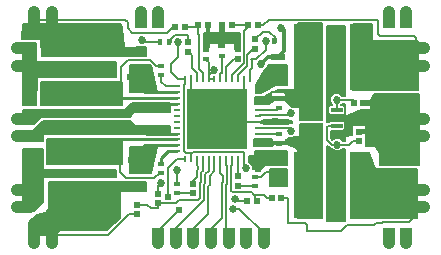
<source format=gbr>
G04 #@! TF.FileFunction,Copper,L1,Top,Signal*
%FSLAX46Y46*%
G04 Gerber Fmt 4.6, Leading zero omitted, Abs format (unit mm)*
G04 Created by KiCad (PCBNEW (2015-09-15 BZR 13, Git 37c8462)-brewed_product) date Thursday, 17 September 2015 'pmt' 19:10:14*
%MOMM*%
G01*
G04 APERTURE LIST*
%ADD10C,0.020000*%
%ADD11C,0.609600*%
%ADD12R,0.600000X0.400000*%
%ADD13R,0.400000X0.600000*%
%ADD14R,1.250000X0.600000*%
%ADD15R,0.800000X0.600000*%
%ADD16R,1.798320X5.699760*%
%ADD17R,5.699760X1.798320*%
%ADD18C,1.041400*%
%ADD19R,1.000000X1.200000*%
%ADD20R,1.200000X1.000000*%
%ADD21R,0.990000X0.405000*%
%ADD22R,1.725000X0.990000*%
%ADD23R,0.760000X0.405000*%
%ADD24R,0.550000X0.600000*%
%ADD25R,0.600000X0.550000*%
%ADD26R,0.599440X0.248920*%
%ADD27R,0.248920X0.599440*%
%ADD28R,5.150000X5.150000*%
%ADD29C,0.700000*%
%ADD30O,5.000000X0.600000*%
%ADD31O,5.000000X0.300000*%
%ADD32O,1.000000X0.800000*%
%ADD33C,0.635000*%
%ADD34C,0.685800*%
%ADD35C,0.200000*%
%ADD36C,0.152400*%
%ADD37C,0.250000*%
%ADD38C,0.300000*%
G04 APERTURE END LIST*
D10*
D11*
X138500000Y-95400000D03*
X138500000Y-94400000D03*
X138500000Y-93400000D03*
X138500000Y-92400000D03*
X138500000Y-106100000D03*
X138500000Y-105100000D03*
X138500000Y-104100000D03*
X138500000Y-103100000D03*
X138500000Y-102100000D03*
X131950000Y-102725000D03*
X132300000Y-102000000D03*
X133300000Y-94300000D03*
X134100000Y-94300000D03*
X130000000Y-91700000D03*
X127500000Y-91700000D03*
X133400000Y-98725000D03*
X134150000Y-98750000D03*
X134200000Y-103000000D03*
X133200000Y-103000000D03*
X121900000Y-95000000D03*
X121100000Y-95000000D03*
X122700000Y-95000000D03*
X122800000Y-102000000D03*
X122000000Y-102000000D03*
X121200000Y-102000000D03*
X143900000Y-98500000D03*
X143900000Y-99900000D03*
X143500000Y-99200000D03*
X143100000Y-99900000D03*
X142300000Y-99900000D03*
X141500000Y-99900000D03*
X141900000Y-99200000D03*
X142700000Y-99200000D03*
X143100000Y-98500000D03*
X142300000Y-98500000D03*
X141500000Y-98500000D03*
D12*
X133700000Y-97550000D03*
X133700000Y-96750000D03*
X133700000Y-100625000D03*
X133700000Y-99825000D03*
X123750000Y-94800000D03*
X123750000Y-94000000D03*
X123700000Y-102300000D03*
X123700000Y-103100000D03*
D13*
X133300000Y-91900000D03*
X134100000Y-91900000D03*
D12*
X131650000Y-104200000D03*
X131650000Y-103400000D03*
D13*
X124400000Y-92000000D03*
X123600000Y-92000000D03*
D12*
X125100000Y-104800000D03*
X125100000Y-104000000D03*
D14*
X133600000Y-95100000D03*
X133600000Y-93300000D03*
X133600000Y-102050000D03*
X133600000Y-103850000D03*
X122050000Y-97750000D03*
X122050000Y-95950000D03*
X122050000Y-99300000D03*
X122050000Y-101100000D03*
X144900000Y-95500000D03*
X144900000Y-97300000D03*
X142750000Y-103100000D03*
X142750000Y-101300000D03*
X142750000Y-95500000D03*
X142750000Y-97300000D03*
X144900000Y-103100000D03*
X144900000Y-101300000D03*
D15*
X121800000Y-92850000D03*
X121800000Y-94150000D03*
X121800000Y-104200000D03*
X121800000Y-102900000D03*
D12*
X128850000Y-92350000D03*
X128850000Y-93150000D03*
X127550000Y-93450000D03*
X127550000Y-92650000D03*
D16*
X140550000Y-93250000D03*
X135851000Y-93250000D03*
X140549500Y-104150000D03*
X135850500Y-104150000D03*
D17*
X116950000Y-91850500D03*
X116950000Y-96549500D03*
X117000000Y-106199000D03*
X117000000Y-101500000D03*
D18*
X127950000Y-109000000D03*
D19*
X130950000Y-108300000D03*
D18*
X129450000Y-109000000D03*
X130950000Y-109000000D03*
X126450000Y-109000000D03*
X124950000Y-109000000D03*
X123450000Y-109000000D03*
D19*
X129450000Y-108300000D03*
X127950000Y-108300000D03*
X126450000Y-108300000D03*
X124950000Y-108300000D03*
X123450000Y-108300000D03*
D20*
X112200000Y-104500000D03*
D18*
X111500000Y-106000000D03*
X111500000Y-104500000D03*
D20*
X112200000Y-106000000D03*
X112200000Y-92500000D03*
D18*
X111500000Y-94000000D03*
X111500000Y-92500000D03*
D20*
X112200000Y-94000000D03*
D19*
X123500000Y-90200000D03*
D18*
X122000000Y-89500000D03*
X123500000Y-89500000D03*
D19*
X122000000Y-90200000D03*
D20*
X145300000Y-100000000D03*
D18*
X146000000Y-98500000D03*
X146000000Y-100000000D03*
D20*
X145300000Y-98500000D03*
D19*
X113000000Y-108300000D03*
D18*
X114500000Y-109000000D03*
X113000000Y-109000000D03*
D19*
X114500000Y-108300000D03*
X114500000Y-90200000D03*
D18*
X113000000Y-89500000D03*
X114500000Y-89500000D03*
D19*
X113000000Y-90200000D03*
D20*
X145300000Y-106000000D03*
D18*
X146000000Y-104500000D03*
X146000000Y-106000000D03*
D20*
X145300000Y-104500000D03*
X145300000Y-94000000D03*
D18*
X146000000Y-92500000D03*
X146000000Y-94000000D03*
D20*
X145300000Y-92500000D03*
D19*
X144500000Y-90200000D03*
D18*
X143000000Y-89500000D03*
X144500000Y-89500000D03*
D19*
X143000000Y-90200000D03*
X143000000Y-108300000D03*
D18*
X144500000Y-109000000D03*
X143000000Y-109000000D03*
D19*
X144500000Y-108300000D03*
D20*
X112200000Y-98500000D03*
D18*
X111500000Y-100000000D03*
X111500000Y-98500000D03*
D20*
X112200000Y-100000000D03*
D19*
X132450000Y-108300000D03*
D18*
X132450000Y-109000000D03*
D21*
X138592500Y-99747500D03*
X138592500Y-99087500D03*
X138592500Y-98427500D03*
X138592500Y-97767500D03*
D22*
X136600000Y-99365000D03*
X136600000Y-98150000D03*
D23*
X135722500Y-97767500D03*
X135722500Y-98427500D03*
X135722500Y-99087500D03*
X135722500Y-99747500D03*
D24*
X140865000Y-97150000D03*
X140035000Y-97150000D03*
D25*
X140450000Y-99585000D03*
X140450000Y-100415000D03*
X131700000Y-91785000D03*
X131700000Y-92615000D03*
X130250000Y-103335000D03*
X130250000Y-104165000D03*
X126000000Y-92815000D03*
X126000000Y-91985000D03*
X126450000Y-103985000D03*
X126450000Y-104815000D03*
D24*
X129730000Y-90600000D03*
X128900000Y-90600000D03*
X131830000Y-105500000D03*
X131000000Y-105500000D03*
X126885000Y-90600000D03*
X127715000Y-90600000D03*
D25*
X123450000Y-105665000D03*
X123450000Y-104835000D03*
D24*
X131915000Y-90600000D03*
X131085000Y-90600000D03*
X133915000Y-105200000D03*
X133085000Y-105200000D03*
X124885000Y-90700000D03*
X125715000Y-90700000D03*
D25*
X121700000Y-106600000D03*
X121700000Y-105770000D03*
X130200000Y-92585000D03*
X130200000Y-93415000D03*
D26*
X125101480Y-95751720D03*
X125101480Y-96252100D03*
X125101480Y-96752480D03*
X125101480Y-97252860D03*
X125101480Y-97750700D03*
X125101480Y-98251080D03*
X125101480Y-98751460D03*
X125101480Y-99251840D03*
X125101480Y-99752220D03*
X125101480Y-100252600D03*
X125101480Y-100752980D03*
X125101480Y-101250820D03*
X131898520Y-97247780D03*
X131898520Y-96749940D03*
X131898520Y-96249560D03*
X131898520Y-95749180D03*
D27*
X127750700Y-101901060D03*
X128250000Y-101900000D03*
X128748920Y-101901060D03*
X129249300Y-101901060D03*
X129749680Y-101901060D03*
X130250060Y-101901060D03*
X130750440Y-101901060D03*
X131250820Y-101901060D03*
X125751720Y-101901060D03*
X126252100Y-101901060D03*
X126752480Y-101901060D03*
X127250320Y-101901060D03*
D26*
X131898520Y-101248280D03*
X131901060Y-100747900D03*
X131901060Y-100250060D03*
X131901060Y-99749680D03*
X131901060Y-99249300D03*
X131901060Y-98748920D03*
X131901060Y-98248540D03*
X131901060Y-97748160D03*
D27*
X131250820Y-95101480D03*
X130750440Y-95101480D03*
X130250060Y-95101480D03*
X129752220Y-95101480D03*
X129251840Y-95101480D03*
X128751460Y-95101480D03*
X128251080Y-95101480D03*
X127750700Y-95101480D03*
X127250320Y-95101480D03*
X126749940Y-95101480D03*
X126252100Y-95101480D03*
X125751720Y-95101480D03*
D28*
X128500000Y-98500000D03*
D29*
X128500000Y-98500000D03*
X129500000Y-98500000D03*
X130500000Y-98500000D03*
X130500000Y-97500000D03*
X130500000Y-96500000D03*
X129500000Y-96500000D03*
X129500000Y-97500000D03*
X128500000Y-97500000D03*
X128500000Y-96500000D03*
X127500000Y-96500000D03*
X127500000Y-97500000D03*
X126500000Y-96500000D03*
X126500000Y-97500000D03*
X126500000Y-98500000D03*
X127500000Y-98500000D03*
X126500000Y-99500000D03*
X126500000Y-100500000D03*
X127500000Y-100500000D03*
X127500000Y-99500000D03*
X128500000Y-99500000D03*
X128500000Y-100500000D03*
X129500000Y-100500000D03*
X129500000Y-99500000D03*
X130500000Y-99500000D03*
X130500000Y-100500000D03*
D30*
X128500000Y-97000000D03*
X128500000Y-98000000D03*
X128500000Y-99000000D03*
X128500000Y-100000000D03*
D31*
X128500000Y-96150000D03*
X128500000Y-100850000D03*
D32*
X128000000Y-97000000D03*
X128000000Y-98000000D03*
X129000000Y-97000000D03*
X129000000Y-98000000D03*
X129000000Y-99000000D03*
X128000000Y-99000000D03*
X128000000Y-100000000D03*
X129000000Y-100000000D03*
X127000000Y-100000000D03*
X127000000Y-99000000D03*
X127000000Y-98000000D03*
X127000000Y-97000000D03*
X130000000Y-97000000D03*
X130000000Y-98000000D03*
X130000000Y-99000000D03*
X130000000Y-100000000D03*
D33*
X130000000Y-105300000D03*
D34*
X122100000Y-91800000D03*
X133900000Y-90800000D03*
X132200000Y-93900000D03*
X125100000Y-102800000D03*
X123700000Y-103900000D03*
D33*
X129792231Y-106100000D03*
D34*
X130900000Y-102700000D03*
X132602676Y-91875636D03*
X125200000Y-92000000D03*
X128200000Y-94400000D03*
X138650000Y-100700000D03*
X134700000Y-99550000D03*
X138593658Y-96875894D03*
X134700000Y-98050000D03*
D11*
X124293294Y-105131580D03*
X125232806Y-106217908D03*
D35*
X131901060Y-97748160D02*
X133501840Y-97748160D01*
X133501840Y-97748160D02*
X133700000Y-97550000D01*
X131901060Y-99749680D02*
X133699680Y-99749680D01*
X133699680Y-99749680D02*
X133700000Y-99750000D01*
X123750000Y-94800000D02*
X123750000Y-95350000D01*
X123750000Y-95350000D02*
X124151720Y-95751720D01*
X124151720Y-95751720D02*
X125101480Y-95751720D01*
D36*
X120300000Y-95700000D02*
X120000720Y-95700000D01*
X120000720Y-95700000D02*
X118900720Y-96800000D01*
X118900720Y-96800000D02*
X116950000Y-96800000D01*
X120300000Y-94104800D02*
X120300000Y-95700000D01*
X120902400Y-93502400D02*
X120300000Y-94104800D01*
X122800000Y-93502400D02*
X120902400Y-93502400D01*
X123750000Y-94000000D02*
X123297600Y-94000000D01*
X123297600Y-94000000D02*
X122800000Y-93502400D01*
D37*
X125101480Y-96752480D02*
X116997520Y-96752480D01*
X116997520Y-96752480D02*
X116950000Y-96800000D01*
X123750000Y-101800000D02*
X124299180Y-101250820D01*
X124299180Y-101250820D02*
X125101480Y-101250820D01*
X123750000Y-102250000D02*
X123750000Y-101800000D01*
D36*
X123750000Y-103050000D02*
X123650000Y-103050000D01*
X123650000Y-103050000D02*
X123150000Y-103550000D01*
X123150000Y-103550000D02*
X120800000Y-103550000D01*
X120250000Y-103000000D02*
X120250000Y-101500000D01*
X120800000Y-103550000D02*
X120250000Y-103000000D01*
X120250000Y-101500000D02*
X120200220Y-101500000D01*
X120200220Y-101500000D02*
X118950720Y-100250500D01*
X118950720Y-100250500D02*
X117000000Y-100250500D01*
D37*
X125101480Y-100252600D02*
X117002100Y-100252600D01*
X117002100Y-100252600D02*
X117000000Y-100250500D01*
D35*
X133450000Y-91700714D02*
X133450000Y-92000000D01*
X131715225Y-91772757D02*
X131715225Y-91732212D01*
X131715225Y-91732212D02*
X132318943Y-91128494D01*
X132877780Y-91128494D02*
X133450000Y-91700714D01*
X132318943Y-91128494D02*
X132877780Y-91128494D01*
D36*
X128900000Y-92032998D02*
X128947819Y-91985179D01*
X128947819Y-91985179D02*
X129366499Y-91566499D01*
X128850000Y-92350000D02*
X128850000Y-91997600D01*
X128850000Y-91997600D02*
X128862421Y-91985179D01*
X128862421Y-91985179D02*
X128947819Y-91985179D01*
D35*
X128900000Y-91100000D02*
X129366499Y-91566499D01*
X129366499Y-91566499D02*
X129500000Y-91700000D01*
X141804799Y-97295201D02*
X141659598Y-97150000D01*
X141659598Y-97150000D02*
X140865000Y-97150000D01*
X141500000Y-98500000D02*
X141804799Y-98195201D01*
X141804799Y-98195201D02*
X141804799Y-97295201D01*
X141500000Y-99900000D02*
X141185000Y-99585000D01*
X141185000Y-99585000D02*
X140450000Y-99585000D01*
X131650000Y-103400000D02*
X132200000Y-103400000D01*
X132200000Y-103400000D02*
X132600000Y-103000000D01*
X132600000Y-103000000D02*
X133200000Y-103000000D01*
X130200000Y-105500000D02*
X130000000Y-105300000D01*
X131000000Y-105500000D02*
X130200000Y-105500000D01*
X123600000Y-92000000D02*
X122300000Y-92000000D01*
X122300000Y-92000000D02*
X122100000Y-91800000D01*
D38*
X133600000Y-93300000D02*
X132800000Y-93300000D01*
X132800000Y-93300000D02*
X132200000Y-93900000D01*
X134100000Y-91900000D02*
X134100000Y-91000000D01*
X134100000Y-91000000D02*
X133900000Y-90800000D01*
X133600000Y-93300000D02*
X134100000Y-92800000D01*
X134100000Y-92800000D02*
X134100000Y-91900000D01*
D35*
X126252100Y-95101480D02*
X126252100Y-96252100D01*
X126252100Y-96252100D02*
X126500000Y-96500000D01*
X130750440Y-95101480D02*
X130750440Y-96249560D01*
X130750440Y-96249560D02*
X130500000Y-96500000D01*
X134127711Y-91924741D02*
X134127711Y-91976898D01*
X126252100Y-95101480D02*
X126252100Y-94809320D01*
X128900000Y-90600000D02*
X128900000Y-91100000D01*
X127550000Y-92650000D02*
X127550000Y-92350000D01*
X127550000Y-92350000D02*
X128200000Y-91700000D01*
X127715000Y-90600000D02*
X127715000Y-91215000D01*
X127715000Y-91215000D02*
X128200000Y-91700000D01*
X125100000Y-104000000D02*
X125100000Y-102800000D01*
X123450000Y-104835000D02*
X123450000Y-104150000D01*
X123450000Y-104150000D02*
X123700000Y-103900000D01*
X126247020Y-100752980D02*
X126500000Y-100500000D01*
X131901060Y-98748920D02*
X130748920Y-98748920D01*
X130748920Y-98748920D02*
X130500000Y-98500000D01*
X131901060Y-98748920D02*
X132848920Y-98748920D01*
X130200000Y-92585000D02*
X130200000Y-92110000D01*
D37*
X125101480Y-100752980D02*
X122397020Y-100752980D01*
X122397020Y-100752980D02*
X122050000Y-101100000D01*
X125101480Y-96252100D02*
X122352100Y-96252100D01*
X122352100Y-96252100D02*
X122050000Y-95950000D01*
D35*
X130250000Y-104165000D02*
X131615000Y-104165000D01*
X131615000Y-104165000D02*
X131650000Y-104200000D01*
X126000000Y-91510000D02*
X126000000Y-91985000D01*
X125894698Y-91404698D02*
X126000000Y-91510000D01*
X124914254Y-91404698D02*
X125894698Y-91404698D01*
X124600000Y-91718952D02*
X124914254Y-91404698D01*
X124600000Y-92000000D02*
X124600000Y-91718952D01*
X125100000Y-104800000D02*
X126435000Y-104800000D01*
X126435000Y-104800000D02*
X126450000Y-104815000D01*
X145300000Y-92500000D02*
X145300000Y-94000000D01*
X131915000Y-90600000D02*
X132390000Y-90600000D01*
X145300000Y-91700000D02*
X145300000Y-92500000D01*
X132390000Y-90600000D02*
X132890000Y-90100000D01*
X142100000Y-90100000D02*
X142100000Y-91300000D01*
X132890000Y-90100000D02*
X142100000Y-90100000D01*
X142100000Y-91300000D02*
X142300000Y-91500000D01*
X142300000Y-91500000D02*
X145100000Y-91500000D01*
X145100000Y-91500000D02*
X145300000Y-91700000D01*
X140550000Y-93250000D02*
X140550000Y-91299280D01*
X141775000Y-107500000D02*
X139450220Y-107500000D01*
X139450220Y-107500000D02*
X138950220Y-108000000D01*
X141925000Y-107350000D02*
X141775000Y-107500000D01*
X142391356Y-107350000D02*
X141925000Y-107350000D01*
X142445678Y-107295678D02*
X142391356Y-107350000D01*
X142445678Y-107300000D02*
X142445678Y-107295678D01*
X144725000Y-107275000D02*
X142470678Y-107275000D01*
X142470678Y-107275000D02*
X142445678Y-107300000D01*
X145300000Y-106000000D02*
X145300000Y-106700000D01*
X145300000Y-106700000D02*
X144725000Y-107275000D01*
X136065000Y-108000000D02*
X136065000Y-107500000D01*
X136065000Y-107500000D02*
X135915000Y-107350000D01*
X135915000Y-107350000D02*
X134542204Y-107350000D01*
X134400000Y-105200000D02*
X133915000Y-105200000D01*
X134542204Y-107350000D02*
X134500000Y-107307796D01*
X134500000Y-107307796D02*
X134500000Y-105300000D01*
X134500000Y-105300000D02*
X134400000Y-105200000D01*
X136065000Y-108000000D02*
X138950220Y-108000000D01*
X140849500Y-106100720D02*
X140849500Y-104150000D01*
X134015000Y-105225000D02*
X134015000Y-105200000D01*
D36*
X120700000Y-90100000D02*
X113100000Y-90100000D01*
X113100000Y-90100000D02*
X113000000Y-90200000D01*
X120900000Y-90300000D02*
X120700000Y-90100000D01*
X120900000Y-90800000D02*
X120900000Y-90300000D01*
X121300000Y-91200000D02*
X120900000Y-90800000D01*
X124200000Y-91200000D02*
X121300000Y-91200000D01*
X124700000Y-90700000D02*
X124200000Y-91200000D01*
X124885000Y-90700000D02*
X124700000Y-90700000D01*
D35*
X124885000Y-90700000D02*
X124885000Y-90725000D01*
X119999880Y-91850500D02*
X116950000Y-91850500D01*
X113900120Y-92101000D02*
X116950000Y-92101000D01*
D36*
X121700000Y-106600000D02*
X120973661Y-106600000D01*
X120973661Y-106600000D02*
X119273661Y-108300000D01*
X119273661Y-108300000D02*
X113000000Y-108300000D01*
D35*
X117000000Y-104949500D02*
X117000000Y-106048660D01*
X117000000Y-106048660D02*
X114748660Y-108300000D01*
X114748660Y-108300000D02*
X114500000Y-108300000D01*
X118950720Y-104949500D02*
X117000000Y-104949500D01*
D38*
X117000000Y-106148660D02*
X117000000Y-104949500D01*
D35*
X128250000Y-101900000D02*
X128250000Y-102906544D01*
X128250000Y-102906544D02*
X127830098Y-103326446D01*
X127730099Y-106567491D02*
X126450000Y-107847590D01*
X127730098Y-104226446D02*
X127730099Y-106567491D01*
X127830098Y-104126446D02*
X127730098Y-104226446D01*
X127830098Y-103326446D02*
X127830098Y-104126446D01*
X128748920Y-101901060D02*
X128748920Y-103105464D01*
X128748920Y-103105464D02*
X128969902Y-103326446D01*
X128869901Y-103973555D02*
X128869901Y-106927689D01*
X128969902Y-103873554D02*
X128869901Y-103973555D01*
X128869901Y-106927689D02*
X127950000Y-107847590D01*
X128969902Y-103326446D02*
X128969902Y-103873554D01*
X127021519Y-105730099D02*
X124904028Y-107847590D01*
X127377688Y-104080472D02*
X127377688Y-105380474D01*
X127028063Y-105730099D02*
X127021519Y-105730099D01*
X127377688Y-105380474D02*
X127028063Y-105730099D01*
X127750700Y-101901060D02*
X127750700Y-102907460D01*
X127750700Y-102907460D02*
X127477687Y-103180473D01*
X127477687Y-103980473D02*
X127377688Y-104080472D01*
X127477687Y-103180473D02*
X127477687Y-103980473D01*
X129322312Y-104019528D02*
X129222312Y-104119528D01*
X129222312Y-107875329D02*
X129249300Y-107902317D01*
X129322312Y-102473792D02*
X129322312Y-104019528D01*
X129249300Y-102400780D02*
X129322312Y-102473792D01*
X129249300Y-101901060D02*
X129249300Y-102400780D01*
X129222312Y-104119528D02*
X129222312Y-107875329D01*
D36*
X126252100Y-101448940D02*
X126330473Y-101370567D01*
X126330473Y-101370567D02*
X126397439Y-101303601D01*
X125751720Y-95101480D02*
X125751720Y-95553600D01*
X125751720Y-95553600D02*
X125696399Y-95608921D01*
X125696399Y-95608921D02*
X125696399Y-101257881D01*
X125696399Y-101257881D02*
X125809085Y-101370567D01*
X125809085Y-101370567D02*
X126330473Y-101370567D01*
X126252100Y-101901060D02*
X126252100Y-101448940D01*
X126397439Y-101303601D02*
X130750440Y-101303601D01*
X130750440Y-101303601D02*
X130750440Y-101901060D01*
D35*
X132450000Y-108200000D02*
X130350000Y-106100000D01*
X130350000Y-106100000D02*
X129792231Y-106100000D01*
X132450000Y-108300000D02*
X132450000Y-108200000D01*
D36*
X130750440Y-101901060D02*
X130750440Y-102550440D01*
X130750440Y-102550440D02*
X130900000Y-102700000D01*
X132602676Y-92651500D02*
X131805162Y-93449014D01*
X131805162Y-93449014D02*
X131349014Y-93449014D01*
X132602676Y-92360569D02*
X132602676Y-92651500D01*
X131400000Y-94200000D02*
X131400000Y-93500000D01*
X131400000Y-93500000D02*
X131349014Y-93449014D01*
X131250820Y-94349180D02*
X131400000Y-94200000D01*
X131250820Y-94608057D02*
X131250820Y-94349180D01*
D35*
X131250820Y-95101480D02*
X131250820Y-94608057D01*
X132602676Y-92360569D02*
X132602676Y-91875636D01*
X125200000Y-93300000D02*
X125200000Y-92000000D01*
X124600000Y-93900000D02*
X125200000Y-93300000D01*
X124600000Y-94500000D02*
X124600000Y-93900000D01*
X125201480Y-95101480D02*
X124600000Y-94500000D01*
X125751720Y-95101480D02*
X125201480Y-95101480D01*
X127750700Y-95101480D02*
X127750700Y-94735762D01*
X127750700Y-94735762D02*
X127750700Y-93700700D01*
X128200000Y-94400000D02*
X127857101Y-94742899D01*
X127857101Y-94742899D02*
X127757837Y-94742899D01*
X127757837Y-94742899D02*
X127750700Y-94735762D01*
X127750700Y-93700700D02*
X127650000Y-93600000D01*
X127750700Y-95101480D02*
X128251080Y-95101480D01*
X125751720Y-95101480D02*
X125751720Y-94926220D01*
X131901060Y-99249300D02*
X131962071Y-99310311D01*
X131962071Y-99310311D02*
X134460311Y-99310311D01*
X134460311Y-99310311D02*
X134700000Y-99550000D01*
X139665000Y-100700000D02*
X138650000Y-100700000D01*
X139950000Y-100415000D02*
X139665000Y-100700000D01*
X140450000Y-100415000D02*
X139950000Y-100415000D01*
X137750000Y-100284933D02*
X137750000Y-99235000D01*
X137750000Y-99235000D02*
X137897500Y-99087500D01*
X137897500Y-99087500D02*
X138592500Y-99087500D01*
X138650000Y-100700000D02*
X138165067Y-100700000D01*
X138165067Y-100700000D02*
X137750000Y-100284933D01*
X138605000Y-99100000D02*
X138592500Y-99087500D01*
X131901060Y-98248540D02*
X131983549Y-98166051D01*
X131983549Y-98166051D02*
X134583949Y-98166051D01*
X134583949Y-98166051D02*
X134700000Y-98050000D01*
X140035000Y-96900000D02*
X138617764Y-96900000D01*
X138617764Y-96900000D02*
X138593658Y-96875894D01*
X138592500Y-96877052D02*
X138593658Y-96875894D01*
X138592500Y-97767500D02*
X138592500Y-96877052D01*
D36*
X131044204Y-94041368D02*
X131044204Y-93110991D01*
X130250060Y-94835512D02*
X131044204Y-94041368D01*
X130250060Y-95101480D02*
X130250060Y-94835512D01*
X131532749Y-92622446D02*
X131691177Y-92622446D01*
X131044204Y-93110991D02*
X131532749Y-92622446D01*
D35*
X130250000Y-103335000D02*
X130250000Y-102860000D01*
X130250000Y-102860000D02*
X130250060Y-102859940D01*
X130250060Y-102859940D02*
X130250060Y-102797222D01*
X130198811Y-102745973D02*
X130198811Y-102454027D01*
X130250060Y-102797222D02*
X130198811Y-102745973D01*
X130198811Y-102454027D02*
X130250060Y-102402778D01*
X130250060Y-102402778D02*
X130250060Y-101901060D01*
X126350000Y-93140000D02*
X126350000Y-94201820D01*
X126350000Y-94201820D02*
X126749940Y-94601760D01*
X126749940Y-94601760D02*
X126749940Y-95101480D01*
X126000000Y-92815000D02*
X126025000Y-92815000D01*
X126025000Y-92815000D02*
X126350000Y-93140000D01*
X126772865Y-103437135D02*
X126772865Y-102888527D01*
X126895301Y-102766091D02*
X126895301Y-102543601D01*
X126895301Y-102543601D02*
X126752480Y-102400780D01*
X126772865Y-102888527D02*
X126895301Y-102766091D01*
X126752480Y-102400780D02*
X126752480Y-101901060D01*
X126450000Y-103760000D02*
X126772865Y-103437135D01*
D36*
X129752220Y-94773062D02*
X130739393Y-93785889D01*
X129752220Y-95101480D02*
X129752220Y-94773062D01*
X130739393Y-93785889D02*
X130739393Y-91102277D01*
X130739393Y-91102277D02*
X130937208Y-90904462D01*
D35*
X131085000Y-90600000D02*
X131085000Y-90756670D01*
X131085000Y-90756670D02*
X130937208Y-90904462D01*
X129730000Y-90600000D02*
X131085000Y-90600000D01*
X131395098Y-104730098D02*
X131515000Y-104850000D01*
X129805822Y-104730098D02*
X131395098Y-104730098D01*
X129674722Y-104598998D02*
X129805822Y-104730098D01*
X129749680Y-102400780D02*
X129674722Y-102475738D01*
X129749680Y-101901060D02*
X129749680Y-102400780D01*
X129674722Y-102475738D02*
X129674722Y-104598998D01*
X132450000Y-104940000D02*
X131605000Y-104940000D01*
X131605000Y-104940000D02*
X131515000Y-104850000D01*
X133185000Y-105200000D02*
X132710000Y-105200000D01*
X132710000Y-105200000D02*
X132450000Y-104940000D01*
X131515000Y-104850000D02*
X131715000Y-105050000D01*
X131715000Y-105050000D02*
X131715000Y-105550000D01*
X125715000Y-90700000D02*
X126785000Y-90700000D01*
X126785000Y-90700000D02*
X126885000Y-90600000D01*
X126900000Y-91368615D02*
X126885000Y-91353615D01*
X126885000Y-91353615D02*
X126885000Y-90600000D01*
X126900000Y-91368615D02*
X126900000Y-94251440D01*
X126900000Y-94251440D02*
X127250320Y-94601760D01*
X127250320Y-94601760D02*
X127250320Y-95101480D01*
X126882090Y-105377688D02*
X125259997Y-105377688D01*
X127250320Y-102909456D02*
X127125276Y-103034500D01*
X127025277Y-105234501D02*
X126882090Y-105377688D01*
X125259997Y-105377688D02*
X125052973Y-105584712D01*
X127025277Y-103934499D02*
X127025277Y-105234501D01*
X127125276Y-103834500D02*
X127025277Y-103934499D01*
X127125276Y-103034500D02*
X127125276Y-103834500D01*
X127250320Y-101901060D02*
X127250320Y-102909456D01*
D36*
X122892400Y-106092400D02*
X122570000Y-105770000D01*
X122570000Y-105770000D02*
X121700000Y-105770000D01*
X123450000Y-106092400D02*
X122892400Y-106092400D01*
X125052973Y-105584712D02*
X124972685Y-105665000D01*
X124972685Y-105665000D02*
X123450000Y-105665000D01*
X123450000Y-106092400D02*
X123450000Y-105665000D01*
D35*
X129920274Y-93415000D02*
X130200000Y-93415000D01*
X129251840Y-94083434D02*
X129920274Y-93415000D01*
X129251840Y-95101480D02*
X129251840Y-94083434D01*
X123450000Y-108300000D02*
X123450000Y-108000714D01*
X123450000Y-108000714D02*
X125232806Y-106217908D01*
X125117892Y-101901060D02*
X124333323Y-102685629D01*
X125751720Y-101901060D02*
X125117892Y-101901060D01*
X124293294Y-104700528D02*
X124293294Y-105131580D01*
X124333323Y-104660499D02*
X124293294Y-104700528D01*
X124333323Y-102685629D02*
X124333323Y-104660499D01*
D37*
X134100000Y-94300000D02*
X134100000Y-94600000D01*
X134100000Y-94600000D02*
X133600000Y-95100000D01*
X133300000Y-94300000D02*
X133300000Y-94800000D01*
X133300000Y-94800000D02*
X133600000Y-95100000D01*
X132588876Y-95100000D02*
X132855065Y-95100000D01*
X132223240Y-95100000D02*
X132588876Y-95100000D01*
X132588876Y-95100000D02*
X133600000Y-95100000D01*
D35*
X133600000Y-95100000D02*
X132855065Y-95100000D01*
D37*
X131898520Y-96249560D02*
X131898520Y-95749180D01*
X131900000Y-95747700D02*
X131898520Y-95749180D01*
D35*
X132223240Y-95100000D02*
X132200000Y-95123240D01*
X132300000Y-102000000D02*
X132300000Y-102375000D01*
X132300000Y-102375000D02*
X131950000Y-102725000D01*
X131898520Y-101248280D02*
X131898520Y-101598520D01*
X131898520Y-101598520D02*
X132300000Y-102000000D01*
D37*
X125101480Y-97252860D02*
X122547140Y-97252860D01*
X122547140Y-97252860D02*
X122050000Y-97750000D01*
X125101480Y-99752220D02*
X122502220Y-99752220D01*
X122502220Y-99752220D02*
X122050000Y-99300000D01*
X122050000Y-99211632D02*
X122050000Y-99150000D01*
D36*
X128850000Y-94600000D02*
X128800820Y-94600000D01*
X128800820Y-94600000D02*
X128751460Y-94649360D01*
X128751460Y-94649360D02*
X128751460Y-95101480D01*
X128850000Y-93150000D02*
X128850000Y-94600000D01*
G36*
X127823800Y-91200000D02*
X127829803Y-91229646D01*
X127846868Y-91254621D01*
X127872305Y-91270989D01*
X127900000Y-91276200D01*
X128650000Y-91276200D01*
X128679646Y-91270197D01*
X128704621Y-91253132D01*
X128720989Y-91227695D01*
X128726200Y-91200000D01*
X128726200Y-90776200D01*
X129023800Y-90776200D01*
X129023800Y-91150000D01*
X129029803Y-91179646D01*
X129046868Y-91204621D01*
X129072305Y-91220989D01*
X129100000Y-91226200D01*
X130423800Y-91226200D01*
X130423800Y-92573800D01*
X129976200Y-92573800D01*
X129976200Y-92150000D01*
X129970197Y-92120354D01*
X129953132Y-92095379D01*
X129927695Y-92079011D01*
X129900000Y-92073800D01*
X129150000Y-92073800D01*
X129120354Y-92079803D01*
X129095379Y-92096868D01*
X129079011Y-92122305D01*
X129073800Y-92150000D01*
X129073800Y-92423800D01*
X128626200Y-92423800D01*
X128626200Y-92150000D01*
X128620197Y-92120354D01*
X128603132Y-92095379D01*
X128577695Y-92079011D01*
X128550000Y-92073800D01*
X127850000Y-92073800D01*
X127820354Y-92079803D01*
X127795379Y-92096868D01*
X127779011Y-92122305D01*
X127773800Y-92150000D01*
X127773800Y-92423800D01*
X127326200Y-92423800D01*
X127326200Y-91276200D01*
X127500000Y-91276200D01*
X127529646Y-91270197D01*
X127554621Y-91253132D01*
X127570989Y-91227695D01*
X127576200Y-91200000D01*
X127576200Y-90776200D01*
X127823800Y-90776200D01*
X127823800Y-91200000D01*
X127823800Y-91200000D01*
G37*
X127823800Y-91200000D02*
X127829803Y-91229646D01*
X127846868Y-91254621D01*
X127872305Y-91270989D01*
X127900000Y-91276200D01*
X128650000Y-91276200D01*
X128679646Y-91270197D01*
X128704621Y-91253132D01*
X128720989Y-91227695D01*
X128726200Y-91200000D01*
X128726200Y-90776200D01*
X129023800Y-90776200D01*
X129023800Y-91150000D01*
X129029803Y-91179646D01*
X129046868Y-91204621D01*
X129072305Y-91220989D01*
X129100000Y-91226200D01*
X130423800Y-91226200D01*
X130423800Y-92573800D01*
X129976200Y-92573800D01*
X129976200Y-92150000D01*
X129970197Y-92120354D01*
X129953132Y-92095379D01*
X129927695Y-92079011D01*
X129900000Y-92073800D01*
X129150000Y-92073800D01*
X129120354Y-92079803D01*
X129095379Y-92096868D01*
X129079011Y-92122305D01*
X129073800Y-92150000D01*
X129073800Y-92423800D01*
X128626200Y-92423800D01*
X128626200Y-92150000D01*
X128620197Y-92120354D01*
X128603132Y-92095379D01*
X128577695Y-92079011D01*
X128550000Y-92073800D01*
X127850000Y-92073800D01*
X127820354Y-92079803D01*
X127795379Y-92096868D01*
X127779011Y-92122305D01*
X127773800Y-92150000D01*
X127773800Y-92423800D01*
X127326200Y-92423800D01*
X127326200Y-91276200D01*
X127500000Y-91276200D01*
X127529646Y-91270197D01*
X127554621Y-91253132D01*
X127570989Y-91227695D01*
X127576200Y-91200000D01*
X127576200Y-90776200D01*
X127823800Y-90776200D01*
X127823800Y-91200000D01*
G36*
X120424840Y-90912862D02*
X120624468Y-92410071D01*
X120634337Y-92438663D01*
X120654553Y-92461164D01*
X120681930Y-92474026D01*
X120702064Y-92476172D01*
X122468990Y-92428293D01*
X122468990Y-93197600D01*
X120902400Y-93197600D01*
X120785758Y-93220802D01*
X120781271Y-93223800D01*
X113619128Y-93223800D01*
X113576165Y-91797705D01*
X113569272Y-91768254D01*
X113551463Y-91743804D01*
X113525545Y-91728209D01*
X113500000Y-91723800D01*
X111981837Y-91723800D01*
X112070951Y-90476200D01*
X120333307Y-90476200D01*
X120424840Y-90912862D01*
X120424840Y-90912862D01*
G37*
X120424840Y-90912862D02*
X120624468Y-92410071D01*
X120634337Y-92438663D01*
X120654553Y-92461164D01*
X120681930Y-92474026D01*
X120702064Y-92476172D01*
X122468990Y-92428293D01*
X122468990Y-93197600D01*
X120902400Y-93197600D01*
X120785758Y-93220802D01*
X120781271Y-93223800D01*
X113619128Y-93223800D01*
X113576165Y-91797705D01*
X113569272Y-91768254D01*
X113551463Y-91743804D01*
X113525545Y-91728209D01*
X113500000Y-91723800D01*
X111981837Y-91723800D01*
X112070951Y-90476200D01*
X120333307Y-90476200D01*
X120424840Y-90912862D01*
G36*
X123402405Y-96223800D02*
X121076200Y-96223800D01*
X121076200Y-93976200D01*
X122840505Y-93976200D01*
X123402405Y-96223800D01*
X123402405Y-96223800D01*
G37*
X123402405Y-96223800D02*
X121076200Y-96223800D01*
X121076200Y-93976200D01*
X122840505Y-93976200D01*
X123402405Y-96223800D01*
G36*
X120423800Y-97323800D02*
X113576200Y-97323800D01*
X113576200Y-95376200D01*
X120423800Y-95376200D01*
X120423800Y-97323800D01*
X120423800Y-97323800D01*
G37*
X120423800Y-97323800D02*
X113576200Y-97323800D01*
X113576200Y-95376200D01*
X120423800Y-95376200D01*
X120423800Y-97323800D01*
G36*
X122840505Y-103123800D02*
X121076200Y-103123800D01*
X121076200Y-100876200D01*
X123402405Y-100876200D01*
X122840505Y-103123800D01*
X122840505Y-103123800D01*
G37*
X122840505Y-103123800D02*
X121076200Y-103123800D01*
X121076200Y-100876200D01*
X123402405Y-100876200D01*
X122840505Y-103123800D01*
G36*
X120683358Y-103831598D02*
X120800000Y-103854800D01*
X122473800Y-103854800D01*
X122473800Y-104623800D01*
X120300000Y-104623800D01*
X120270354Y-104629803D01*
X120245379Y-104646868D01*
X120229011Y-104672305D01*
X120223800Y-104700000D01*
X120223800Y-106868436D01*
X119168436Y-107923800D01*
X114226200Y-107923800D01*
X114226200Y-103826200D01*
X120675279Y-103826200D01*
X120683358Y-103831598D01*
X120683358Y-103831598D01*
G37*
X120683358Y-103831598D02*
X120800000Y-103854800D01*
X122473800Y-103854800D01*
X122473800Y-104623800D01*
X120300000Y-104623800D01*
X120270354Y-104629803D01*
X120245379Y-104646868D01*
X120229011Y-104672305D01*
X120223800Y-104700000D01*
X120223800Y-106868436D01*
X119168436Y-107923800D01*
X114226200Y-107923800D01*
X114226200Y-103826200D01*
X120675279Y-103826200D01*
X120683358Y-103831598D01*
G36*
X120423800Y-102323800D02*
X114076200Y-102323800D01*
X114076200Y-100176200D01*
X120423800Y-100176200D01*
X120423800Y-102323800D01*
X120423800Y-102323800D01*
G37*
X120423800Y-102323800D02*
X114076200Y-102323800D01*
X114076200Y-100176200D01*
X120423800Y-100176200D01*
X120423800Y-102323800D01*
G36*
X134422349Y-102423800D02*
X132600000Y-102423800D01*
X132570354Y-102429803D01*
X132554280Y-102439040D01*
X132174600Y-102723800D01*
X131471479Y-102723800D01*
X131471599Y-102586820D01*
X131384776Y-102376694D01*
X131224151Y-102215789D01*
X131176200Y-102195878D01*
X131176200Y-101676200D01*
X131600000Y-101676200D01*
X131629646Y-101670197D01*
X131654621Y-101653132D01*
X131670989Y-101627695D01*
X131676200Y-101600000D01*
X131676200Y-101500000D01*
X131675976Y-101494156D01*
X131657287Y-101251200D01*
X134400225Y-101251200D01*
X134422349Y-102423800D01*
X134422349Y-102423800D01*
G37*
X134422349Y-102423800D02*
X132600000Y-102423800D01*
X132570354Y-102429803D01*
X132554280Y-102439040D01*
X132174600Y-102723800D01*
X131471479Y-102723800D01*
X131471599Y-102586820D01*
X131384776Y-102376694D01*
X131224151Y-102215789D01*
X131176200Y-102195878D01*
X131176200Y-101676200D01*
X131600000Y-101676200D01*
X131629646Y-101670197D01*
X131654621Y-101653132D01*
X131670989Y-101627695D01*
X131676200Y-101600000D01*
X131676200Y-101500000D01*
X131675976Y-101494156D01*
X131657287Y-101251200D01*
X134400225Y-101251200D01*
X134422349Y-102423800D01*
G36*
X137373800Y-98573800D02*
X135476200Y-98573800D01*
X135476200Y-97600000D01*
X135470197Y-97570354D01*
X135453132Y-97545379D01*
X135427695Y-97529011D01*
X135400000Y-97523800D01*
X134923030Y-97523800D01*
X134852119Y-97494355D01*
X134253882Y-96896118D01*
X134228673Y-96879401D01*
X134200000Y-96873800D01*
X133250000Y-96873800D01*
X133220354Y-96879803D01*
X133195379Y-96896868D01*
X133179011Y-96922305D01*
X133173800Y-96950000D01*
X133173800Y-96968436D01*
X132868436Y-97273800D01*
X131676200Y-97273800D01*
X131676200Y-96676200D01*
X132450000Y-96676200D01*
X132479646Y-96670197D01*
X132503882Y-96653882D01*
X132781564Y-96376200D01*
X132900000Y-96376200D01*
X132929646Y-96370197D01*
X132953882Y-96353882D01*
X132957764Y-96350000D01*
X133023800Y-96350000D01*
X133023800Y-96550000D01*
X133029803Y-96579646D01*
X133046868Y-96604621D01*
X133072305Y-96620989D01*
X133100000Y-96626200D01*
X134200000Y-96626200D01*
X134229646Y-96620197D01*
X134254621Y-96603132D01*
X134270989Y-96577695D01*
X134276200Y-96550000D01*
X134276200Y-96350000D01*
X134270197Y-96320354D01*
X134253132Y-96295379D01*
X134227695Y-96279011D01*
X134200000Y-96273800D01*
X133100000Y-96273800D01*
X133070354Y-96279803D01*
X133045379Y-96296868D01*
X133029011Y-96322305D01*
X133023800Y-96350000D01*
X132957764Y-96350000D01*
X133081564Y-96226200D01*
X133300000Y-96226200D01*
X133329646Y-96220197D01*
X133353882Y-96203882D01*
X133531564Y-96026200D01*
X135000000Y-96026200D01*
X135029646Y-96020197D01*
X135053882Y-96003882D01*
X135253882Y-95803882D01*
X135270599Y-95778673D01*
X135276197Y-95750706D01*
X135325476Y-90428600D01*
X137373800Y-90428600D01*
X137373800Y-98573800D01*
X137373800Y-98573800D01*
G37*
X137373800Y-98573800D02*
X135476200Y-98573800D01*
X135476200Y-97600000D01*
X135470197Y-97570354D01*
X135453132Y-97545379D01*
X135427695Y-97529011D01*
X135400000Y-97523800D01*
X134923030Y-97523800D01*
X134852119Y-97494355D01*
X134253882Y-96896118D01*
X134228673Y-96879401D01*
X134200000Y-96873800D01*
X133250000Y-96873800D01*
X133220354Y-96879803D01*
X133195379Y-96896868D01*
X133179011Y-96922305D01*
X133173800Y-96950000D01*
X133173800Y-96968436D01*
X132868436Y-97273800D01*
X131676200Y-97273800D01*
X131676200Y-96676200D01*
X132450000Y-96676200D01*
X132479646Y-96670197D01*
X132503882Y-96653882D01*
X132781564Y-96376200D01*
X132900000Y-96376200D01*
X132929646Y-96370197D01*
X132953882Y-96353882D01*
X132957764Y-96350000D01*
X133023800Y-96350000D01*
X133023800Y-96550000D01*
X133029803Y-96579646D01*
X133046868Y-96604621D01*
X133072305Y-96620989D01*
X133100000Y-96626200D01*
X134200000Y-96626200D01*
X134229646Y-96620197D01*
X134254621Y-96603132D01*
X134270989Y-96577695D01*
X134276200Y-96550000D01*
X134276200Y-96350000D01*
X134270197Y-96320354D01*
X134253132Y-96295379D01*
X134227695Y-96279011D01*
X134200000Y-96273800D01*
X133100000Y-96273800D01*
X133070354Y-96279803D01*
X133045379Y-96296868D01*
X133029011Y-96322305D01*
X133023800Y-96350000D01*
X132957764Y-96350000D01*
X133081564Y-96226200D01*
X133300000Y-96226200D01*
X133329646Y-96220197D01*
X133353882Y-96203882D01*
X133531564Y-96026200D01*
X135000000Y-96026200D01*
X135029646Y-96020197D01*
X135053882Y-96003882D01*
X135253882Y-95803882D01*
X135270599Y-95778673D01*
X135276197Y-95750706D01*
X135325476Y-90428600D01*
X137373800Y-90428600D01*
X137373800Y-98573800D01*
G36*
X137373328Y-106923800D02*
X135326200Y-106923800D01*
X135326200Y-101200000D01*
X135320197Y-101170354D01*
X135303882Y-101146118D01*
X135053882Y-100896118D01*
X135030948Y-100880368D01*
X134580948Y-100680368D01*
X134550000Y-100673800D01*
X133200000Y-100673800D01*
X133170354Y-100679803D01*
X133145379Y-100696868D01*
X133129011Y-100722305D01*
X133123800Y-100750000D01*
X133123800Y-100798800D01*
X132409381Y-100798800D01*
X132318481Y-100776075D01*
X132300000Y-100773800D01*
X131626200Y-100773800D01*
X131626200Y-100226200D01*
X133123800Y-100226200D01*
X133123800Y-100350000D01*
X133129803Y-100379646D01*
X133146868Y-100404621D01*
X133172305Y-100420989D01*
X133200000Y-100426200D01*
X134200000Y-100426200D01*
X134229646Y-100420197D01*
X134253882Y-100403882D01*
X134550875Y-100106889D01*
X134585823Y-100121400D01*
X134813180Y-100121599D01*
X135023306Y-100034776D01*
X135031897Y-100026200D01*
X135400000Y-100026200D01*
X135429646Y-100020197D01*
X135454621Y-100003132D01*
X135470989Y-99977695D01*
X135476200Y-99950000D01*
X135476200Y-98976200D01*
X137324268Y-98976200D01*
X137373328Y-106923800D01*
X137373328Y-106923800D01*
G37*
X137373328Y-106923800D02*
X135326200Y-106923800D01*
X135326200Y-101200000D01*
X135320197Y-101170354D01*
X135303882Y-101146118D01*
X135053882Y-100896118D01*
X135030948Y-100880368D01*
X134580948Y-100680368D01*
X134550000Y-100673800D01*
X133200000Y-100673800D01*
X133170354Y-100679803D01*
X133145379Y-100696868D01*
X133129011Y-100722305D01*
X133123800Y-100750000D01*
X133123800Y-100798800D01*
X132409381Y-100798800D01*
X132318481Y-100776075D01*
X132300000Y-100773800D01*
X131626200Y-100773800D01*
X131626200Y-100226200D01*
X133123800Y-100226200D01*
X133123800Y-100350000D01*
X133129803Y-100379646D01*
X133146868Y-100404621D01*
X133172305Y-100420989D01*
X133200000Y-100426200D01*
X134200000Y-100426200D01*
X134229646Y-100420197D01*
X134253882Y-100403882D01*
X134550875Y-100106889D01*
X134585823Y-100121400D01*
X134813180Y-100121599D01*
X135023306Y-100034776D01*
X135031897Y-100026200D01*
X135400000Y-100026200D01*
X135429646Y-100020197D01*
X135454621Y-100003132D01*
X135470989Y-99977695D01*
X135476200Y-99950000D01*
X135476200Y-98976200D01*
X137324268Y-98976200D01*
X137373328Y-106923800D01*
G36*
X114923800Y-108323800D02*
X112576200Y-108323800D01*
X112576200Y-107281564D01*
X113237970Y-106619794D01*
X113915966Y-106474509D01*
X113943696Y-106462427D01*
X113962006Y-106444290D01*
X114212006Y-106094290D01*
X114224353Y-106066677D01*
X114226200Y-106050000D01*
X114226200Y-105626200D01*
X114923800Y-105626200D01*
X114923800Y-108323800D01*
X114923800Y-108323800D01*
G37*
X114923800Y-108323800D02*
X112576200Y-108323800D01*
X112576200Y-107281564D01*
X113237970Y-106619794D01*
X113915966Y-106474509D01*
X113943696Y-106462427D01*
X113962006Y-106444290D01*
X114212006Y-106094290D01*
X114224353Y-106066677D01*
X114226200Y-106050000D01*
X114226200Y-105626200D01*
X114923800Y-105626200D01*
X114923800Y-108323800D01*
G36*
X134823800Y-98666088D02*
X134823800Y-98833912D01*
X134194586Y-98923800D01*
X132512367Y-98923800D01*
X132224097Y-98827710D01*
X132200000Y-98823800D01*
X132176200Y-98823800D01*
X132176200Y-98659495D01*
X132509381Y-98576200D01*
X134194586Y-98576200D01*
X134823800Y-98666088D01*
X134823800Y-98666088D01*
G37*
X134823800Y-98666088D02*
X134823800Y-98833912D01*
X134194586Y-98923800D01*
X132512367Y-98923800D01*
X132224097Y-98827710D01*
X132200000Y-98823800D01*
X132176200Y-98823800D01*
X132176200Y-98659495D01*
X132509381Y-98576200D01*
X134194586Y-98576200D01*
X134823800Y-98666088D01*
G36*
X137932711Y-100932355D02*
X138039317Y-101003587D01*
X138165067Y-101028600D01*
X138170509Y-101028600D01*
X138325849Y-101184211D01*
X138535823Y-101271400D01*
X138763180Y-101271599D01*
X138973306Y-101184776D01*
X139129754Y-101028600D01*
X139323800Y-101028600D01*
X139323800Y-107123800D01*
X137776200Y-107123800D01*
X137776200Y-100775844D01*
X137932711Y-100932355D01*
X137932711Y-100932355D01*
G37*
X137932711Y-100932355D02*
X138039317Y-101003587D01*
X138165067Y-101028600D01*
X138170509Y-101028600D01*
X138325849Y-101184211D01*
X138535823Y-101271400D01*
X138763180Y-101271599D01*
X138973306Y-101184776D01*
X139129754Y-101028600D01*
X139323800Y-101028600D01*
X139323800Y-107123800D01*
X137776200Y-107123800D01*
X137776200Y-100775844D01*
X137932711Y-100932355D01*
G36*
X139323800Y-96571400D02*
X139086207Y-96571400D01*
X139078434Y-96552588D01*
X138917809Y-96391683D01*
X138707835Y-96304494D01*
X138480478Y-96304295D01*
X138270352Y-96391118D01*
X138109447Y-96551743D01*
X138022258Y-96761717D01*
X138022059Y-96989074D01*
X138108882Y-97199200D01*
X138241373Y-97331922D01*
X138097500Y-97331922D01*
X138012786Y-97347862D01*
X137934982Y-97397928D01*
X137882785Y-97474320D01*
X137864422Y-97565000D01*
X137864422Y-97970000D01*
X137880362Y-98054714D01*
X137930428Y-98132518D01*
X138006820Y-98184715D01*
X138097500Y-98203078D01*
X139087500Y-98203078D01*
X139172214Y-98187138D01*
X139250018Y-98137072D01*
X139302215Y-98060680D01*
X139320578Y-97970000D01*
X139320578Y-97565000D01*
X139304638Y-97480286D01*
X139254572Y-97402482D01*
X139178180Y-97350285D01*
X139087500Y-97331922D01*
X138945762Y-97331922D01*
X139049264Y-97228600D01*
X139323800Y-97228600D01*
X139323800Y-98180769D01*
X139329803Y-98210415D01*
X139346868Y-98235390D01*
X139372305Y-98251758D01*
X139402105Y-98256940D01*
X139427354Y-98251890D01*
X140664149Y-97776200D01*
X141400000Y-97776200D01*
X141429646Y-97770197D01*
X141454621Y-97753132D01*
X141470989Y-97727695D01*
X141476200Y-97700000D01*
X141476200Y-97400000D01*
X141470197Y-97370354D01*
X141453132Y-97345379D01*
X141427695Y-97329011D01*
X141400000Y-97323800D01*
X141026200Y-97323800D01*
X141026200Y-96976200D01*
X141400000Y-96976200D01*
X141429646Y-96970197D01*
X141454621Y-96953132D01*
X141465820Y-96938395D01*
X141793767Y-96376200D01*
X145523800Y-96376200D01*
X145523800Y-102423800D01*
X142276200Y-102423800D01*
X142276200Y-101400000D01*
X142265341Y-101360795D01*
X141965341Y-100860795D01*
X141944940Y-100838463D01*
X141917458Y-100825827D01*
X141900000Y-100823800D01*
X141076200Y-100823800D01*
X141076200Y-99800000D01*
X141070197Y-99770354D01*
X141053132Y-99745379D01*
X141027695Y-99729011D01*
X141000000Y-99723800D01*
X140776200Y-99723800D01*
X140776200Y-99426200D01*
X141000000Y-99426200D01*
X141029646Y-99420197D01*
X141054621Y-99403132D01*
X141070989Y-99377695D01*
X141076200Y-99350000D01*
X141076200Y-99100000D01*
X141070197Y-99070354D01*
X141053132Y-99045379D01*
X141027695Y-99029011D01*
X141000000Y-99023800D01*
X139950000Y-99023800D01*
X139920354Y-99029803D01*
X139895379Y-99046868D01*
X139879011Y-99072305D01*
X139873800Y-99100000D01*
X139873800Y-99837531D01*
X139385056Y-99935280D01*
X139357163Y-99946981D01*
X139336020Y-99968612D01*
X139323800Y-100010000D01*
X139323800Y-100371400D01*
X139129491Y-100371400D01*
X138974151Y-100215789D01*
X138764177Y-100128600D01*
X138536820Y-100128401D01*
X138326694Y-100215224D01*
X138235769Y-100305991D01*
X138078600Y-100148823D01*
X138078600Y-99519251D01*
X138097500Y-99523078D01*
X139087500Y-99523078D01*
X139172214Y-99507138D01*
X139250018Y-99457072D01*
X139302215Y-99380680D01*
X139320578Y-99290000D01*
X139320578Y-98885000D01*
X139304638Y-98800286D01*
X139254572Y-98722482D01*
X139178180Y-98670285D01*
X139087500Y-98651922D01*
X138097500Y-98651922D01*
X138012786Y-98667862D01*
X137934982Y-98717928D01*
X137906987Y-98758900D01*
X137897500Y-98758900D01*
X137776200Y-98783028D01*
X137776200Y-90676200D01*
X139323800Y-90676200D01*
X139323800Y-96571400D01*
X139323800Y-96571400D01*
G37*
X139323800Y-96571400D02*
X139086207Y-96571400D01*
X139078434Y-96552588D01*
X138917809Y-96391683D01*
X138707835Y-96304494D01*
X138480478Y-96304295D01*
X138270352Y-96391118D01*
X138109447Y-96551743D01*
X138022258Y-96761717D01*
X138022059Y-96989074D01*
X138108882Y-97199200D01*
X138241373Y-97331922D01*
X138097500Y-97331922D01*
X138012786Y-97347862D01*
X137934982Y-97397928D01*
X137882785Y-97474320D01*
X137864422Y-97565000D01*
X137864422Y-97970000D01*
X137880362Y-98054714D01*
X137930428Y-98132518D01*
X138006820Y-98184715D01*
X138097500Y-98203078D01*
X139087500Y-98203078D01*
X139172214Y-98187138D01*
X139250018Y-98137072D01*
X139302215Y-98060680D01*
X139320578Y-97970000D01*
X139320578Y-97565000D01*
X139304638Y-97480286D01*
X139254572Y-97402482D01*
X139178180Y-97350285D01*
X139087500Y-97331922D01*
X138945762Y-97331922D01*
X139049264Y-97228600D01*
X139323800Y-97228600D01*
X139323800Y-98180769D01*
X139329803Y-98210415D01*
X139346868Y-98235390D01*
X139372305Y-98251758D01*
X139402105Y-98256940D01*
X139427354Y-98251890D01*
X140664149Y-97776200D01*
X141400000Y-97776200D01*
X141429646Y-97770197D01*
X141454621Y-97753132D01*
X141470989Y-97727695D01*
X141476200Y-97700000D01*
X141476200Y-97400000D01*
X141470197Y-97370354D01*
X141453132Y-97345379D01*
X141427695Y-97329011D01*
X141400000Y-97323800D01*
X141026200Y-97323800D01*
X141026200Y-96976200D01*
X141400000Y-96976200D01*
X141429646Y-96970197D01*
X141454621Y-96953132D01*
X141465820Y-96938395D01*
X141793767Y-96376200D01*
X145523800Y-96376200D01*
X145523800Y-102423800D01*
X142276200Y-102423800D01*
X142276200Y-101400000D01*
X142265341Y-101360795D01*
X141965341Y-100860795D01*
X141944940Y-100838463D01*
X141917458Y-100825827D01*
X141900000Y-100823800D01*
X141076200Y-100823800D01*
X141076200Y-99800000D01*
X141070197Y-99770354D01*
X141053132Y-99745379D01*
X141027695Y-99729011D01*
X141000000Y-99723800D01*
X140776200Y-99723800D01*
X140776200Y-99426200D01*
X141000000Y-99426200D01*
X141029646Y-99420197D01*
X141054621Y-99403132D01*
X141070989Y-99377695D01*
X141076200Y-99350000D01*
X141076200Y-99100000D01*
X141070197Y-99070354D01*
X141053132Y-99045379D01*
X141027695Y-99029011D01*
X141000000Y-99023800D01*
X139950000Y-99023800D01*
X139920354Y-99029803D01*
X139895379Y-99046868D01*
X139879011Y-99072305D01*
X139873800Y-99100000D01*
X139873800Y-99837531D01*
X139385056Y-99935280D01*
X139357163Y-99946981D01*
X139336020Y-99968612D01*
X139323800Y-100010000D01*
X139323800Y-100371400D01*
X139129491Y-100371400D01*
X138974151Y-100215789D01*
X138764177Y-100128600D01*
X138536820Y-100128401D01*
X138326694Y-100215224D01*
X138235769Y-100305991D01*
X138078600Y-100148823D01*
X138078600Y-99519251D01*
X138097500Y-99523078D01*
X139087500Y-99523078D01*
X139172214Y-99507138D01*
X139250018Y-99457072D01*
X139302215Y-99380680D01*
X139320578Y-99290000D01*
X139320578Y-98885000D01*
X139304638Y-98800286D01*
X139254572Y-98722482D01*
X139178180Y-98670285D01*
X139087500Y-98651922D01*
X138097500Y-98651922D01*
X138012786Y-98667862D01*
X137934982Y-98717928D01*
X137906987Y-98758900D01*
X137897500Y-98758900D01*
X137776200Y-98783028D01*
X137776200Y-90676200D01*
X139323800Y-90676200D01*
X139323800Y-96571400D01*
G36*
X141623800Y-91850000D02*
X141629803Y-91879646D01*
X141646868Y-91904621D01*
X141672305Y-91920989D01*
X141700000Y-91926200D01*
X145473800Y-91926200D01*
X145473800Y-96023800D01*
X140001200Y-96023800D01*
X140001200Y-90476200D01*
X141623800Y-90476200D01*
X141623800Y-91850000D01*
X141623800Y-91850000D01*
G37*
X141623800Y-91850000D02*
X141629803Y-91879646D01*
X141646868Y-91904621D01*
X141672305Y-91920989D01*
X141700000Y-91926200D01*
X145473800Y-91926200D01*
X145473800Y-96023800D01*
X140001200Y-96023800D01*
X140001200Y-90476200D01*
X141623800Y-90476200D01*
X141623800Y-91850000D01*
G36*
X134423800Y-95673800D02*
X133350000Y-95673800D01*
X133311235Y-95684397D01*
X132229168Y-96323800D01*
X131726200Y-96323800D01*
X131726200Y-95620749D01*
X132430746Y-94423021D01*
X132523306Y-94384776D01*
X132684211Y-94224151D01*
X132771400Y-94014177D01*
X132771433Y-93976200D01*
X134423800Y-93976200D01*
X134423800Y-95673800D01*
X134423800Y-95673800D01*
G37*
X134423800Y-95673800D02*
X133350000Y-95673800D01*
X133311235Y-95684397D01*
X132229168Y-96323800D01*
X131726200Y-96323800D01*
X131726200Y-95620749D01*
X132430746Y-94423021D01*
X132523306Y-94384776D01*
X132684211Y-94224151D01*
X132771400Y-94014177D01*
X132771433Y-93976200D01*
X134423800Y-93976200D01*
X134423800Y-95673800D01*
G36*
X141828239Y-102725629D02*
X141843864Y-102751529D01*
X141868334Y-102769309D01*
X141900000Y-102776200D01*
X145423800Y-102776200D01*
X145423800Y-106923800D01*
X139776200Y-106923800D01*
X139776200Y-101376200D01*
X141346300Y-101376200D01*
X141828239Y-102725629D01*
X141828239Y-102725629D01*
G37*
X141828239Y-102725629D02*
X141843864Y-102751529D01*
X141868334Y-102769309D01*
X141900000Y-102776200D01*
X145423800Y-102776200D01*
X145423800Y-106923800D01*
X139776200Y-106923800D01*
X139776200Y-101376200D01*
X141346300Y-101376200D01*
X141828239Y-102725629D01*
G36*
X134423800Y-104223800D02*
X132976200Y-104223800D01*
X132976200Y-102776200D01*
X134423800Y-102776200D01*
X134423800Y-104223800D01*
X134423800Y-104223800D01*
G37*
X134423800Y-104223800D02*
X132976200Y-104223800D01*
X132976200Y-102776200D01*
X134423800Y-102776200D01*
X134423800Y-104223800D01*
G36*
X124523800Y-97923800D02*
X121500000Y-97923800D01*
X121470354Y-97929803D01*
X121446118Y-97946118D01*
X121068436Y-98323800D01*
X113600000Y-98323800D01*
X113570354Y-98329803D01*
X113546118Y-98346118D01*
X112968436Y-98923800D01*
X112076200Y-98923800D01*
X112076200Y-97776200D01*
X120600000Y-97776200D01*
X120629646Y-97770197D01*
X120653882Y-97753882D01*
X121231564Y-97176200D01*
X124523800Y-97176200D01*
X124523800Y-97923800D01*
X124523800Y-97923800D01*
G37*
X124523800Y-97923800D02*
X121500000Y-97923800D01*
X121470354Y-97929803D01*
X121446118Y-97946118D01*
X121068436Y-98323800D01*
X113600000Y-98323800D01*
X113570354Y-98329803D01*
X113546118Y-98346118D01*
X112968436Y-98923800D01*
X112076200Y-98923800D01*
X112076200Y-97776200D01*
X120600000Y-97776200D01*
X120629646Y-97770197D01*
X120653882Y-97753882D01*
X121231564Y-97176200D01*
X124523800Y-97176200D01*
X124523800Y-97923800D01*
G36*
X121446118Y-99053882D02*
X121471327Y-99070599D01*
X121500000Y-99076200D01*
X124523800Y-99076200D01*
X124523800Y-99823800D01*
X113800000Y-99823800D01*
X113770354Y-99829803D01*
X113745379Y-99846868D01*
X113729011Y-99872305D01*
X113723800Y-99900000D01*
X113723800Y-100423800D01*
X112076200Y-100423800D01*
X112076200Y-99576200D01*
X112800000Y-99576200D01*
X112829646Y-99570197D01*
X112853882Y-99553882D01*
X113731564Y-98676200D01*
X121068436Y-98676200D01*
X121446118Y-99053882D01*
X121446118Y-99053882D01*
G37*
X121446118Y-99053882D02*
X121471327Y-99070599D01*
X121500000Y-99076200D01*
X124523800Y-99076200D01*
X124523800Y-99823800D01*
X113800000Y-99823800D01*
X113770354Y-99829803D01*
X113745379Y-99846868D01*
X113729011Y-99872305D01*
X113723800Y-99900000D01*
X113723800Y-100423800D01*
X112076200Y-100423800D01*
X112076200Y-99576200D01*
X112800000Y-99576200D01*
X112829646Y-99570197D01*
X112853882Y-99553882D01*
X113731564Y-98676200D01*
X121068436Y-98676200D01*
X121446118Y-99053882D01*
G36*
X113123800Y-93600000D02*
X113129803Y-93629646D01*
X113146868Y-93654621D01*
X113172305Y-93670989D01*
X113200000Y-93676200D01*
X119923800Y-93676200D01*
X119923800Y-94923800D01*
X113300000Y-94923800D01*
X113270354Y-94929803D01*
X113245379Y-94946868D01*
X113229011Y-94972305D01*
X113223866Y-94996828D01*
X113126909Y-97323800D01*
X112076200Y-97323800D01*
X112076200Y-92076200D01*
X113123800Y-92076200D01*
X113123800Y-93600000D01*
X113123800Y-93600000D01*
G37*
X113123800Y-93600000D02*
X113129803Y-93629646D01*
X113146868Y-93654621D01*
X113172305Y-93670989D01*
X113200000Y-93676200D01*
X119923800Y-93676200D01*
X119923800Y-94923800D01*
X113300000Y-94923800D01*
X113270354Y-94929803D01*
X113245379Y-94946868D01*
X113229011Y-94972305D01*
X113223866Y-94996828D01*
X113126909Y-97323800D01*
X112076200Y-97323800D01*
X112076200Y-92076200D01*
X113123800Y-92076200D01*
X113123800Y-93600000D01*
G36*
X113723800Y-102800000D02*
X113729803Y-102829646D01*
X113746868Y-102854621D01*
X113772305Y-102870989D01*
X113800000Y-102876200D01*
X119923800Y-102876200D01*
X119923800Y-103423800D01*
X113800000Y-103423800D01*
X113770354Y-103429803D01*
X113745379Y-103446868D01*
X113729011Y-103472305D01*
X113723800Y-103500000D01*
X113723800Y-105568436D01*
X112968436Y-106323800D01*
X112076200Y-106323800D01*
X112076200Y-101076200D01*
X113723800Y-101076200D01*
X113723800Y-102800000D01*
X113723800Y-102800000D01*
G37*
X113723800Y-102800000D02*
X113729803Y-102829646D01*
X113746868Y-102854621D01*
X113772305Y-102870989D01*
X113800000Y-102876200D01*
X119923800Y-102876200D01*
X119923800Y-103423800D01*
X113800000Y-103423800D01*
X113770354Y-103429803D01*
X113745379Y-103446868D01*
X113729011Y-103472305D01*
X113723800Y-103500000D01*
X113723800Y-105568436D01*
X112968436Y-106323800D01*
X112076200Y-106323800D01*
X112076200Y-101076200D01*
X113723800Y-101076200D01*
X113723800Y-102800000D01*
M02*

</source>
